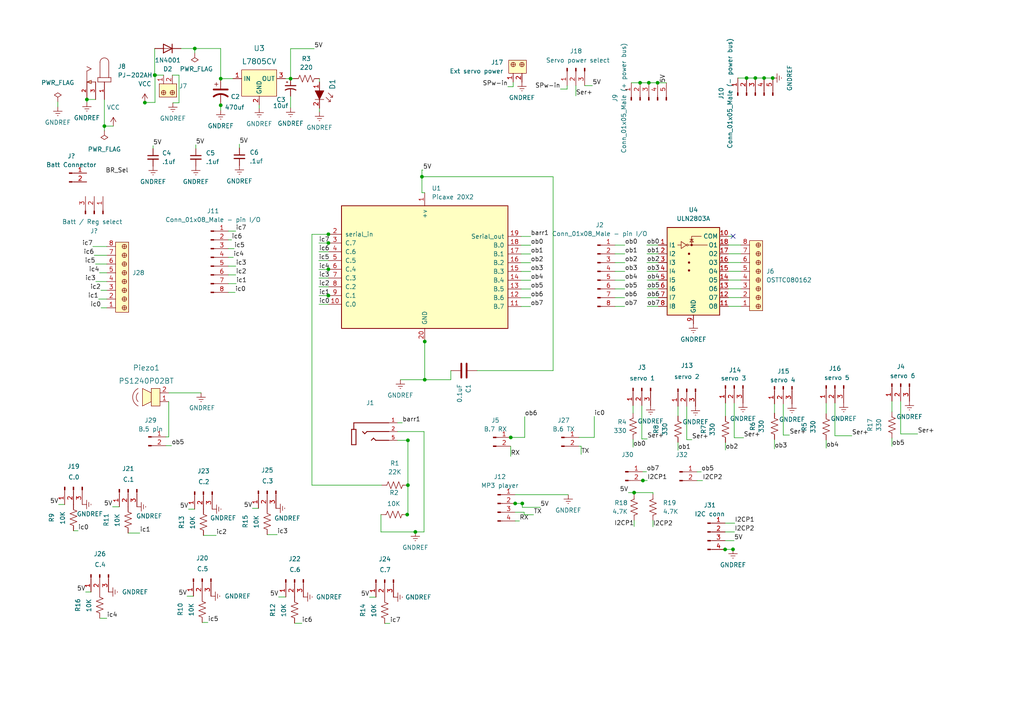
<source format=kicad_sch>
(kicad_sch (version 20211123) (generator eeschema)
  (paper "A4")
  (junction (at 25.1968 28.8544))
  (junction (at 30.2768 36.576))
  (junction (at 151.4856 146.0246))
  (junction (at 118.3132 140.716))
  (junction (at 95.25 70.485))
  (junction (at 118.3132 127.7112))
  (junction (at 95.25 85.725))
  (junction (at 190.7286 24.003))
  (junction (at 42.0116 29.7688))
  (junction (at 185.6486 24.003))
  (junction (at 216.535 22.6314))
  (junction (at 95.25 78.105))
  (junction (at 212.598 159.3342))
  (junction (at 221.615 22.6314))
  (junction (at 183.9214 142.875))
  (junction (at 44.958 21.7932))
  (junction (at 84.2772 22.8092))
  (junction (at 56.4896 14.0716))
  (junction (at 123.19 99.06))
  (junction (at 118.11 149.2504))
  (junction (at 64.008 22.8092))
  (junction (at 95.25 67.945))
  (junction (at 44.8564 21.7932))
  (junction (at 219.075 22.6314))
  (junction (at 210.312 159.3596))
  (junction (at 122.3772 51.2572))
  (junction (at 188.1886 24.003))
  (junction (at 120.4722 154.2796))
  (junction (at 64.008 30.5308))
  (junction (at 148.1328 126.873))
  (junction (at 186.4614 139.3698))
  (junction (at 123.19 110.1344))
  (junction (at 224.1042 22.6314))
  (junction (at 149.4282 146.0246))
  (no_connect (at 212.6234 68.5292))
  (wire (pts (xy 151.13 88.9) (xy 153.8986 88.9)))
  (wire (pts (xy 130.7592 107.4928) (xy 130.7592 110.1344)))
  (wire (pts (xy 64.008 22.8092) (xy 64.008 22.9108)))
  (wire (pts (xy 30.2768 36.576) (xy 32.8676 36.576)))
  (wire (pts (xy 90.4748 67.9704) (xy 90.4748 140.716)))
  (wire (pts (xy 183.9214 150.9268) (xy 183.9214 152.7302)))
  (wire (pts (xy 138.3792 107.4928) (xy 160.4264 107.4928)))
  (wire (pts (xy 111.5822 180.8226) (xy 113.1062 180.8226)))
  (wire (pts (xy 118.3132 127.6604) (xy 118.3132 127.7112)))
  (wire (pts (xy 148.1328 129.413) (xy 148.1328 132.3594)))
  (wire (pts (xy 44.8564 21.7932) (xy 44.958 21.7932)))
  (wire (pts (xy 21.3106 153.9494) (xy 22.6568 153.9494)))
  (wire (pts (xy 56.7944 42.0116) (xy 56.7944 43.1038)))
  (wire (pts (xy 90.4748 140.716) (xy 110.6932 140.716)))
  (wire (pts (xy 211.2772 83.7692) (xy 214.8586 83.7692)))
  (wire (pts (xy 212.9536 116.8908) (xy 212.9536 126.9746)))
  (wire (pts (xy 118.3132 140.716) (xy 118.3132 149.2504)))
  (wire (pts (xy 178.3842 88.8746) (xy 181.1782 88.8746)))
  (wire (pts (xy 183.9214 142.875) (xy 183.9214 143.3068)))
  (wire (pts (xy 24.8158 171.704) (xy 26.3906 171.704)))
  (wire (pts (xy 123.19 110.1344) (xy 130.7592 110.1344)))
  (wire (pts (xy 188.1886 24.003) (xy 190.7286 24.003)))
  (wire (pts (xy 164.4904 24.8412) (xy 164.4904 25.8318)))
  (wire (pts (xy 196.6468 128.2954) (xy 196.6468 130.6068)))
  (wire (pts (xy 92.4814 70.485) (xy 95.25 70.485)))
  (wire (pts (xy 66.2432 84.8106) (xy 68.199 84.8106)))
  (wire (pts (xy 25.1968 28.8544) (xy 27.7368 28.8544)))
  (wire (pts (xy 84.2772 22.8092) (xy 84.2772 14.1224)))
  (wire (pts (xy 56.4896 14.0716) (xy 64.008 14.0716)))
  (wire (pts (xy 187.6552 78.6892) (xy 190.9572 78.6892)))
  (wire (pts (xy 224.6376 127.4572) (xy 224.6376 130.2004)))
  (wire (pts (xy 48.133 129.2606) (xy 49.7586 129.2606)))
  (wire (pts (xy 151.13 71.12) (xy 153.924 71.12)))
  (wire (pts (xy 227.1776 117.1448) (xy 227.1776 126.1872)))
  (wire (pts (xy 148.844 23.7998) (xy 148.844 25.146)))
  (wire (pts (xy 182.245 142.875) (xy 183.9214 142.875)))
  (wire (pts (xy 95.25 70.485) (xy 95.2754 70.485)))
  (wire (pts (xy 52.4764 14.0716) (xy 56.4896 14.0716)))
  (wire (pts (xy 82.804 22.8092) (xy 84.2772 22.8092)))
  (wire (pts (xy 64.008 14.0716) (xy 64.008 22.8092)))
  (wire (pts (xy 95.25 67.9196) (xy 95.25 67.945)))
  (wire (pts (xy 199.1868 127.5334) (xy 200.6854 127.5334)))
  (wire (pts (xy 199.1868 117.856) (xy 199.1868 127.5334)))
  (wire (pts (xy 187.6552 73.6092) (xy 190.9572 73.6092)))
  (wire (pts (xy 95.25 78.1812) (xy 92.5068 78.1812)))
  (wire (pts (xy 216.535 22.6314) (xy 219.075 22.6314)))
  (wire (pts (xy 118.3132 127.7112) (xy 118.3132 140.716)))
  (wire (pts (xy 69.4436 41.8084) (xy 69.4436 42.926)))
  (wire (pts (xy 56.4896 14.0716) (xy 56.4896 15.4432)))
  (wire (pts (xy 211.2772 78.6892) (xy 214.8586 78.6892)))
  (wire (pts (xy 66.2432 77.1906) (xy 68.4022 77.1906)))
  (wire (pts (xy 210.4136 128.3462) (xy 210.4136 130.5306)))
  (wire (pts (xy 149.4282 143.4846) (xy 164.8206 143.4846)))
  (wire (pts (xy 242.1636 116.8908) (xy 242.1636 126.3904)))
  (wire (pts (xy 30.2768 28.8544) (xy 30.2768 36.576)))
  (wire (pts (xy 187.6298 76.1492) (xy 190.9572 76.1492)))
  (wire (pts (xy 210.312 154.2796) (xy 213.0552 154.2796)))
  (wire (pts (xy 122.3772 51.2572) (xy 160.4264 51.2572)))
  (wire (pts (xy 37.1602 154.6098) (xy 40.5638 154.6098)))
  (wire (pts (xy 187.579 71.0692) (xy 190.9572 71.0692)))
  (wire (pts (xy 95.25 78.105) (xy 95.25 78.1812)))
  (wire (pts (xy 172.3644 126.873) (xy 172.3644 120.777)))
  (wire (pts (xy 212.598 159.3596) (xy 212.598 159.3342)))
  (wire (pts (xy 54.2544 172.9232) (xy 56.1086 172.9232)))
  (wire (pts (xy 115.316 127.7112) (xy 118.3132 127.7112)))
  (wire (pts (xy 84.2772 14.1224) (xy 91.1352 14.1224)))
  (wire (pts (xy 44.3992 42.2656) (xy 44.3992 43.1038)))
  (wire (pts (xy 27.7876 81.661) (xy 30.988 81.661)))
  (wire (pts (xy 59.0042 155.2956) (xy 62.7126 155.2956)))
  (wire (pts (xy 95.25 85.725) (xy 95.2754 85.725)))
  (wire (pts (xy 239.6236 127.6096) (xy 239.6236 129.9718)))
  (wire (pts (xy 120.4722 154.2796) (xy 122.9868 154.2796)))
  (wire (pts (xy 44.958 29.718) (xy 44.958 21.7932)))
  (wire (pts (xy 54.6608 147.6756) (xy 56.4642 147.6756)))
  (wire (pts (xy 210.4136 116.8908) (xy 210.4136 120.7262)))
  (wire (pts (xy 92.5068 73.025) (xy 95.25 73.025)))
  (wire (pts (xy 149.4028 146.0246) (xy 149.4282 146.0246)))
  (wire (pts (xy 92.5068 83.185) (xy 95.25 83.185)))
  (wire (pts (xy 224.1042 22.6314) (xy 224.155 22.6314)))
  (wire (pts (xy 224.6376 117.1448) (xy 224.6376 119.8372)))
  (wire (pts (xy 211.2772 68.5292) (xy 212.6234 68.5292)))
  (wire (pts (xy 25.1968 28.8544) (xy 25.1968 29.6672)))
  (wire (pts (xy 178.3842 81.2546) (xy 181.229 81.2546)))
  (wire (pts (xy 66.2432 79.7306) (xy 68.4022 79.7306)))
  (wire (pts (xy 27.3304 74.041) (xy 30.988 74.041)))
  (wire (pts (xy 85.4456 180.7718) (xy 87.5538 180.7718)))
  (wire (pts (xy 178.3842 86.3346) (xy 181.1782 86.3346)))
  (wire (pts (xy 118.3132 149.2504) (xy 118.11 149.2504)))
  (wire (pts (xy 186.436 139.3698) (xy 186.4614 139.3698)))
  (wire (pts (xy 261.239 125.857) (xy 266.1666 125.857)))
  (wire (pts (xy 30.2768 36.576) (xy 30.2768 37.9476)))
  (wire (pts (xy 210.312 151.7396) (xy 213.106 151.7396)))
  (wire (pts (xy 28.6004 86.741) (xy 30.988 86.741)))
  (wire (pts (xy 186.1566 117.6274) (xy 186.1566 127.3048)))
  (wire (pts (xy 64.008 22.8092) (xy 67.564 22.8092)))
  (wire (pts (xy 92.6592 22.8092) (xy 92.6592 23.7744)))
  (wire (pts (xy 261.239 116.3574) (xy 261.239 125.857)))
  (wire (pts (xy 51.9176 29.8196) (xy 50.1396 29.8196)))
  (wire (pts (xy 187.6806 81.2292) (xy 190.9572 81.2292)))
  (wire (pts (xy 258.699 127.0762) (xy 258.699 129.4384)))
  (wire (pts (xy 151.13 86.36) (xy 153.924 86.36)))
  (wire (pts (xy 123.19 99.06) (xy 123.19 110.1344)))
  (wire (pts (xy 211.2772 73.6092) (xy 214.8586 73.6092)))
  (wire (pts (xy 84.2772 22.8092) (xy 85.0392 22.8092)))
  (wire (pts (xy 66.2432 69.5706) (xy 67.183 69.5706)))
  (wire (pts (xy 221.615 22.6314) (xy 224.1042 22.6314)))
  (wire (pts (xy 42.0116 29.718) (xy 42.0116 29.7688)))
  (wire (pts (xy 95.25 67.945) (xy 95.25 67.9704)))
  (wire (pts (xy 151.4856 146.0246) (xy 151.4856 147.1422)))
  (wire (pts (xy 122.9868 125.1712) (xy 122.9868 154.2796)))
  (wire (pts (xy 92.5068 80.645) (xy 95.25 80.645)))
  (wire (pts (xy 151.13 68.58) (xy 153.924 68.58)))
  (wire (pts (xy 44.958 29.718) (xy 42.0116 29.718)))
  (wire (pts (xy 168.5544 129.413) (xy 168.5544 131.8006)))
  (wire (pts (xy 212.9536 126.9746) (xy 215.6968 126.9746)))
  (wire (pts (xy 183.1086 24.003) (xy 185.6486 24.003)))
  (wire (pts (xy 183.6166 127.4572) (xy 183.6166 129.6924)))
  (wire (pts (xy 185.6486 24.003) (xy 188.1886 24.003)))
  (wire (pts (xy 44.8564 14.0716) (xy 44.8564 21.7932)))
  (wire (pts (xy 92.5322 88.265) (xy 95.25 88.265)))
  (wire (pts (xy 151.13 83.82) (xy 153.924 83.82)))
  (wire (pts (xy 92.456 75.565) (xy 95.25 75.565)))
  (wire (pts (xy 28.8544 79.121) (xy 30.988 79.121)))
  (wire (pts (xy 115.316 125.1712) (xy 122.9868 125.1712)))
  (wire (pts (xy 110.49 149.2504) (xy 110.49 154.2796)))
  (wire (pts (xy 186.4614 136.8298) (xy 187.5282 136.8298)))
  (wire (pts (xy 187.6806 86.3092) (xy 190.9572 86.3092)))
  (wire (pts (xy 48.9458 126.7206) (xy 48.9458 116.4844)))
  (wire (pts (xy 77.4954 155.067) (xy 80.4164 155.067)))
  (wire (pts (xy 152.1968 120.8532) (xy 152.1968 126.873)))
  (wire (pts (xy 122.3772 51.2572) (xy 122.3772 55.88)))
  (wire (pts (xy 213.995 22.6314) (xy 216.535 22.6314)))
  (wire (pts (xy 239.6236 116.8908) (xy 239.6236 119.9896)))
  (wire (pts (xy 29.3116 89.281) (xy 30.988 89.281)))
  (wire (pts (xy 149.4282 151.1046) (xy 150.6728 151.1046)))
  (wire (pts (xy 183.6166 117.6274) (xy 183.6166 119.8372)))
  (wire (pts (xy 80.7974 173.1518) (xy 82.9056 173.1518)))
  (wire (pts (xy 118.11 149.2504) (xy 118.0592 149.2504)))
  (wire (pts (xy 123.19 99.0092) (xy 123.19 99.06)))
  (wire (pts (xy 202.184 136.8552) (xy 203.4032 136.8552)))
  (wire (pts (xy 151.13 81.28) (xy 153.924 81.28)))
  (wire (pts (xy 26.924 71.501) (xy 30.988 71.501)))
  (wire (pts (xy 66.2432 74.6506) (xy 67.691 74.6506)))
  (wire (pts (xy 28.9306 179.324) (xy 30.988 179.324)))
  (wire (pts (xy 51.9176 21.7932) (xy 51.9176 29.8196)))
  (wire (pts (xy 186.1566 127.3048) (xy 187.7314 127.3048)))
  (wire (pts (xy 210.312 159.3596) (xy 212.598 159.3596)))
  (wire (pts (xy 178.3842 71.0946) (xy 181.229 71.0946)))
  (wire (pts (xy 151.13 73.66) (xy 153.924 73.66)))
  (wire (pts (xy 167.9194 129.413) (xy 168.5544 129.413)))
  (wire (pts (xy 190.7286 24.003) (xy 193.2686 24.003)))
  (wire (pts (xy 186.4614 139.3698) (xy 187.7568 139.3698)))
  (wire (pts (xy 164.4904 25.8318) (xy 162.5346 25.8318)))
  (wire (pts (xy 66.2432 67.0306) (xy 68.3768 67.0306)))
  (wire (pts (xy 167.0304 24.8412) (xy 167.0304 27.813)))
  (wire (pts (xy 187.6806 83.7692) (xy 190.9572 83.7692)))
  (wire (pts (xy 169.5704 24.8412) (xy 171.831 24.8412)))
  (wire (pts (xy 49.9872 21.7932) (xy 51.9176 21.7932)))
  (wire (pts (xy 66.2432 82.2706) (xy 68.5038 82.2706)))
  (wire (pts (xy 115.316 122.6312) (xy 116.6876 122.6312)))
  (wire (pts (xy 148.1328 126.873) (xy 152.1968 126.873)))
  (wire (pts (xy 48.9458 113.9444) (xy 58.3184 113.9444)))
  (wire (pts (xy 95.25 67.9704) (xy 90.4748 67.9704)))
  (wire (pts (xy 148.844 25.146) (xy 147.2946 25.146)))
  (wire (pts (xy 242.1636 126.3904) (xy 247.0912 126.3904)))
  (wire (pts (xy 32.639 146.9898) (xy 34.6202 146.9898)))
  (wire (pts (xy 151.4856 147.1422) (xy 156.718 147.1422)))
  (wire (pts (xy 66.2432 72.1106) (xy 67.9196 72.1106)))
  (wire (pts (xy 151.13 78.74) (xy 153.924 78.74)))
  (wire (pts (xy 148.1074 126.873) (xy 148.1328 126.873)))
  (wire (pts (xy 110.49 154.2796) (xy 120.4722 154.2796)))
  (wire (pts (xy 152.019 149.3012) (xy 154.7622 149.3012)))
  (wire (pts (xy 202.184 139.3952) (xy 203.7842 139.3952)))
  (wire (pts (xy 211.2772 88.8492) (xy 214.8586 88.8492)))
  (wire (pts (xy 258.699 116.3574) (xy 258.699 119.4562)))
  (wire (pts (xy 122.3772 55.88) (xy 123.19 55.88)))
  (wire (pts (xy 29.2608 84.201) (xy 30.988 84.201)))
  (wire (pts (xy 189.3824 150.9268) (xy 189.3824 152.8064)))
  (wire (pts (xy 189.3824 142.875) (xy 183.9214 142.875)))
  (wire (pts (xy 187.706 88.8492) (xy 190.9572 88.8492)))
  (wire (pts (xy 178.3842 73.6346) (xy 181.229 73.6346)))
  (wire (pts (xy 178.3842 83.7946) (xy 181.2036 83.7946)))
  (wire (pts (xy 151.13 76.2) (xy 153.924 76.2)))
  (wire (pts (xy 152.019 148.5646) (xy 152.019 149.3012)))
  (wire (pts (xy 178.3842 76.1746) (xy 181.229 76.1746)))
  (wire (pts (xy 211.2772 81.2292) (xy 214.8586 81.2292)))
  (wire (pts (xy 73.2028 147.447) (xy 74.9554 147.447)))
  (wire (pts (xy 107.1626 173.2026) (xy 109.0422 173.2026)))
  (wire (pts (xy 149.4282 148.5646) (xy 152.019 148.5646)))
  (wire (pts (xy 84.2772 27.8892) (xy 84.2772 31.2928)))
  (wire (pts (xy 27.686 76.581) (xy 30.988 76.581)))
  (wire (pts (xy 122.3772 49.3268) (xy 122.682 49.3268)))
  (wire (pts (xy 149.4282 146.0246) (xy 151.4856 146.0246)))
  (wire (pts (xy 58.6486 180.5432) (xy 60.2996 180.5432)))
  (wire (pts (xy 227.1776 126.1872) (xy 228.981 126.1872)))
  (wire (pts (xy 16.9926 146.3294) (xy 18.7706 146.3294)))
  (wire (pts (xy 178.3842 78.7146) (xy 181.229 78.7146)))
  (wire (pts (xy 151.4856 145.9992) (xy 151.4856 146.0246)))
  (wire (pts (xy 92.5322 85.725) (xy 95.25 85.725)))
  (wire (pts (xy 44.958 21.7932) (xy 47.4472 21.7932)))
  (wire (pts (xy 75.184 30.4292) (xy 75.184 31.3944)))
  (wire (pts (xy 92.6592 31.3944) (xy 92.6592 32.4612)))
  (wire (pts (xy 16.764 29.464) (xy 16.764 30.988)))
  (wire (pts (xy 196.6468 117.856) (xy 196.6468 120.6754)))
  (wire (pts (xy 64.008 30.48) (xy 64.008 30.5308)))
  (wire (pts (xy 210.312 156.8196) (xy 212.9282 156.8196)))
  (wire (pts (xy 116.1288 110.1344) (xy 123.19 110.1344)))
  (wire (pts (xy 160.4264 107.4928) (xy 160.4264 51.2572)))
  (wire (pts (xy 48.133 126.7206) (xy 48.9458 126.7206)))
  (wire (pts (xy 210.2866 159.3596) (xy 210.312 159.3596)))
  (wire (pts (xy 211.2772 76.1492) (xy 214.8586 76.1492)))
  (wire (pts (xy 211.2772 71.0692) (xy 214.8586 71.0692)))
  (wire (pts (xy 189.3824 143.3068) (xy 189.3824 142.875)))
  (wire (pts (xy 122.3772 51.2572) (xy 122.3772 49.3268)))
  (wire (pts (xy 211.2772 86.3092) (xy 214.8586 86.3092)))
  (wire (pts (xy 167.9194 126.873) (xy 172.3644 126.873)))
  (wire (pts (xy 64.008 30.5308) (xy 64.008 32.004)))
  (wire (pts (xy 219.075 22.6314) (xy 221.615 22.6314)))
  (label "5V" (at 69.4436 41.8084 0))
  (label "I2CP1" (at 183.9214 152.7302 180))
  (label "5V" (at 122.682 49.3268 0))
  (label "I2CP2" (at 203.7842 139.3952 0))
  (label "ic6" (at 27.3304 74.041 180))
  (label "ob7" (at 153.8986 88.9 0))
  (label "Ser+" (at 228.981 126.1872 0))
  (label "Ser+" (at 215.6968 126.9746 0))
  (label "5V" (at 107.1626 173.2026 180))
  (label "ic5" (at 67.9196 72.1106 0))
  (label "ob1" (at 153.924 73.66 0))
  (label "ob7" (at 187.706 88.8492 0))
  (label "ic6" (at 67.183 69.5706 0))
  (label "ic5" (at 92.456 75.565 0))
  (label "RX" (at 148.1328 132.3594 0))
  (label "ic0" (at 29.3116 89.281 180))
  (label "Ser+" (at 266.1666 125.857 0))
  (label "ob6" (at 181.1782 86.3346 0))
  (label "ic3" (at 92.5068 80.645 0))
  (label "ic2" (at 29.2608 84.201 180))
  (label "ic7" (at 92.4814 70.485 0))
  (label "ob5" (at 258.699 129.4384 0))
  (label "ic2" (at 62.7126 155.2956 0))
  (label "5V" (at 212.9282 156.8196 0))
  (label "ob3" (at 153.924 78.74 0))
  (label "5V" (at 32.639 146.9898 180))
  (label "ob2" (at 210.4136 130.5306 0))
  (label "I2CP1" (at 187.7568 139.3698 0))
  (label "ic1" (at 68.5038 82.2706 0))
  (label "ob4" (at 181.229 81.2546 0))
  (label "ob1" (at 196.6468 130.6068 0))
  (label "5V" (at 193.2686 24.003 90))
  (label "ic3" (at 68.4022 77.1906 0))
  (label "BR_Sel" (at 30.607 50.419 0))
  (label "ob5" (at 187.6806 83.7692 0))
  (label "ob1" (at 187.6552 73.6092 0))
  (label "ob3" (at 224.6376 130.2004 0))
  (label "ic4" (at 67.691 74.6506 0))
  (label "ic5" (at 60.2996 180.5432 0))
  (label "ob2" (at 153.924 76.2 0))
  (label "5V" (at 171.831 24.8412 0))
  (label "Ser+" (at 167.0304 27.813 0))
  (label "ob6" (at 152.1968 120.8532 0))
  (label "ob4" (at 153.924 81.28 0))
  (label "RX" (at 150.6728 151.1046 0))
  (label "Ser+" (at 200.6854 127.5334 0))
  (label "5V" (at 91.1352 14.1224 0))
  (label "ic0" (at 22.6568 153.9494 0))
  (label "barr1" (at 153.924 68.58 0))
  (label "5V" (at 54.2544 172.9232 180))
  (label "ic3" (at 27.7876 81.661 180))
  (label "5V" (at 80.7974 173.1518 180))
  (label "ic3" (at 80.4164 155.067 0))
  (label "ob2" (at 187.6298 76.1492 0))
  (label "ic0" (at 68.199 84.8106 0))
  (label "ob2" (at 181.229 76.1746 0))
  (label "ic7" (at 113.1062 180.8226 0))
  (label "Ser+" (at 187.7314 127.3048 0))
  (label "5V" (at 156.718 147.1422 0))
  (label "ob5" (at 49.7586 129.2606 0))
  (label "ic0" (at 172.3644 120.777 0))
  (label "ic0" (at 92.5322 88.265 0))
  (label "ic6" (at 92.5068 73.025 0))
  (label "ic6" (at 87.5538 180.7718 0))
  (label "I2CP1" (at 213.106 151.7396 0))
  (label "ic4" (at 92.5068 78.1812 0))
  (label "ob5" (at 181.2036 83.7946 0))
  (label "ob3" (at 187.6552 78.6892 0))
  (label "ob7" (at 187.5282 136.8298 0))
  (label "ob7" (at 181.1782 88.8746 0))
  (label "SPw-in" (at 147.2946 25.146 180))
  (label "ob0" (at 187.579 71.0692 0))
  (label "5V" (at 44.3992 42.2656 0))
  (label "ic2" (at 68.4022 79.7306 0))
  (label "ic7" (at 26.924 71.501 180))
  (label "ob0" (at 153.924 71.12 0))
  (label "5V" (at 73.2028 147.447 180))
  (label "ob1" (at 181.229 73.6346 0))
  (label "ob0" (at 183.6166 129.6924 0))
  (label "ob5" (at 153.924 83.82 0))
  (label "5V" (at 182.245 142.875 180))
  (label "5V" (at 54.6608 147.6756 180))
  (label "Ser+" (at 247.0912 126.3904 0))
  (label "5V" (at 24.8158 171.704 180))
  (label "ob0" (at 181.229 71.0946 0))
  (label "TX" (at 168.5544 131.8006 0))
  (label "ic1" (at 28.6004 86.741 180))
  (label "ic1" (at 40.5638 154.6098 0))
  (label "barr1" (at 116.6876 122.6312 0))
  (label "ic7" (at 68.3768 67.0306 0))
  (label "ob6" (at 187.6806 86.3092 0))
  (label "ic5" (at 27.686 76.581 180))
  (label "5V" (at 56.7944 42.0116 0))
  (label "ic2" (at 92.5068 83.185 0))
  (label "SPw-in" (at 162.5346 25.8318 180))
  (label "ic4" (at 30.988 179.324 0))
  (label "ob4" (at 187.6806 81.2292 0))
  (label "ic1" (at 92.5322 85.725 0))
  (label "ob6" (at 153.924 86.36 0))
  (label "5V" (at 16.9926 146.3294 180))
  (label "ob5" (at 203.4032 136.8552 0))
  (label "ic4" (at 28.8544 79.121 180))
  (label "I2CP2" (at 213.0552 154.2796 0))
  (label "TX" (at 154.7622 149.3012 0))
  (label "ob4" (at 239.6236 129.9718 0))
  (label "ob3" (at 181.229 78.7146 0))
  (label "I2CP2" (at 189.3824 152.8064 0))
  (symbol (lib_id "Device:C_Small") (at 56.7944 45.6438 0) (unit 1)
    (property "Reference" "C5" (at 59.69 44.38 0) (effects (justify left)))
    (property "Value" ".1uf" (at 59.69 46.92 0) (effects (justify left)))
    (property "Footprint" "Capacitor_THT:C_Disc_D3.0mm_W2.0mm_P2.50mm" (effects hide))
  )
  (symbol (lib_id "power:GNDREF") (at 92.6592 32.4612 0) (unit 1)
    (property "Reference" "#PWR06" (effects hide))
    (property "Value" "GNDREF" (at 92.6592 36.9824 0))
  )
  (symbol (lib_id "Connector:Conn_01x03_Male") (at 212.9536 111.8108 90) (mirror x) (unit 1)
    (property "Reference" "J14" (at 213.2076 107.3404 90))
    (property "Value" "servo 3" (at 212.7758 109.7026 90))
    (property "Footprint" "Connector_PinHeader_2.54mm:PinHeader_1x03_P2.54mm_Vertical" (effects hide))
  )
  (symbol (lib_id "power:GNDREF") (at 75.184 31.3944 0) (unit 1)
    (property "Reference" "#PWR04" (effects hide))
    (property "Value" "GNDREF" (at 75.184 35.9156 0))
  )
  (symbol (lib_id "Connector:Conn_01x02_Male") (at 197.104 136.8552 0) (unit 1)
    (property "Reference" "J32" (at 197.739 131.9022 0))
    (property "Value" "B.6" (effects hide))
    (property "Footprint" "Connector_PinHeader_2.54mm:PinHeader_1x02_P2.54mm_Vertical" (effects hide))
  )
  (symbol (lib_id "Picaxe_Joe:LTL2R3KEK") (at 92.6592 28.8544 270) (unit 1)
    (property "Reference" "D1" (at 96.4184 24.4348 0) (effects (font (size 1.524 1.524))))
    (property "Value" "LTL2R3KEK" (effects hide))
    (property "Footprint" "digikey-footprints:LED_5mm_Radial" (effects hide))
    (property "Datasheet" "http://optoelectronics.liteon.com/upload/download/DS-20-98-0286/LTL2R3KEK.pdf" (effects hide))
    (property "Digi-Key_PN" "160-1682-ND" (effects hide))
    (property "MPN" "LTL2R3KEK" (effects hide))
    (property "Category" "Optoelectronics" (effects hide))
    (property "Family" "LED Indication - Discrete" (effects hide))
    (property "DK_Datasheet_Link" "http://optoelectronics.liteon.com/upload/download/DS-20-98-0286/LTL2R3KEK.pdf" (effects hide))
    (property "DK_Detail_Page" "/product-detail/en/lite-on-inc/LTL2R3KEK/160-1682-ND/573572" (effects hide))
    (property "Description" "LED RED CLEAR T-1 3/4 T/H" (effects hide))
    (property "Manufacturer" "Lite-On Inc." (effects hide))
    (property "Status" "Active" (effects hide))
  )
  (symbol (lib_id "Device:R_US") (at 183.9214 147.1168 0) (mirror x) (unit 1)
    (property "Reference" "R18" (at 182.0926 145.8467 0) (effects (justify right)))
    (property "Value" "4.7K" (at 182.0926 148.3867 0) (effects (justify right)))
    (property "Footprint" "Resistor_THT:R_Axial_DIN0207_L6.3mm_D2.5mm_P10.16mm_Horizontal" (effects hide))
  )
  (symbol (lib_id "power:PWR_FLAG") (at 16.764 29.464 0) (unit 1)
    (property "Reference" "#FLG0101" (effects hide))
    (property "Value" "PWR_FLAG" (at 16.764 23.9776 0))
  )
  (symbol (lib_id "power:GNDREF") (at 151.384 23.7998 0) (unit 1)
    (property "Reference" "#PWR0108" (effects hide))
    (property "Value" "GNDREF" (at 151.384 28.321 0))
  )
  (symbol (lib_id "Device:R_US") (at 239.6236 123.7996 0) (unit 1)
    (property "Reference" "R5" (at 233.2736 123.7996 90))
    (property "Value" "330" (at 235.8136 123.7996 90))
    (property "Footprint" "Resistor_THT:R_Axial_DIN0207_L6.3mm_D2.5mm_P10.16mm_Horizontal" (effects hide))
  )
  (symbol (lib_id "Device:R_US") (at 58.6486 176.7332 0) (unit 1)
    (property "Reference" "R10" (at 52.2986 176.7332 90))
    (property "Value" "10K" (at 55.499 176.8348 90))
    (property "Footprint" "Resistor_THT:R_Axial_DIN0207_L6.3mm_D2.5mm_P10.16mm_Horizontal" (effects hide))
  )
  (symbol (lib_id "Device:R_US") (at 224.6376 123.6472 0) (unit 1)
    (property "Reference" "R6" (at 218.2876 123.6472 90))
    (property "Value" "330" (at 220.8276 123.6472 90))
    (property "Footprint" "Resistor_THT:R_Axial_DIN0207_L6.3mm_D2.5mm_P10.16mm_Horizontal" (effects hide))
  )
  (symbol (lib_id "power:VCC") (at 32.8676 36.576 0) (unit 1)
    (property "Reference" "#PWR0103" (effects hide))
    (property "Value" "VCC" (at 32.8676 31.1404 0))
  )
  (symbol (lib_id "power:GNDREF") (at 188.6966 117.6274 0) (unit 1)
    (property "Reference" "#PWR0111" (effects hide))
    (property "Value" "GNDREF" (at 188.6966 122.1486 0))
  )
  (symbol (lib_id "Device:C_Small") (at 69.4436 45.466 0) (unit 1)
    (property "Reference" "C6" (at 72.39 44.2022 0) (effects (justify left)))
    (property "Value" ".1uf" (at 72.39 46.7422 0) (effects (justify left)))
    (property "Footprint" "Capacitor_THT:C_Disc_D3.0mm_W2.0mm_P2.50mm" (effects hide))
  )
  (symbol (lib_id "Connector:Conn_01x03_Male") (at 186.1566 112.5474 90) (mirror x) (unit 1)
    (property "Reference" "J3" (at 186.182 106.5784 90))
    (property "Value" "servo 1" (at 186.2836 109.7026 90))
    (property "Footprint" "Connector_PinHeader_2.54mm:PinHeader_1x03_P2.54mm_Vertical" (effects hide))
  )
  (symbol (lib_id "power:GNDREF") (at 69.4436 48.006 0) (unit 1)
    (property "Reference" "#PWR0124" (effects hide))
    (property "Value" "GNDREF" (at 69.4436 52.5272 0))
  )
  (symbol (lib_id "power:GNDREF") (at 56.7944 48.1838 0) (unit 1)
    (property "Reference" "#PWR0123" (effects hide))
    (property "Value" "GNDREF" (at 56.7944 52.705 0))
  )
  (symbol (lib_id "Device:R_US") (at 88.8492 22.8092 270) (unit 1)
    (property "Reference" "R3" (at 88.8492 17.018 90))
    (property "Value" "220" (at 88.8492 19.558 90))
    (property "Footprint" "Resistor_THT:R_Axial_DIN0207_L6.3mm_D2.5mm_P10.16mm_Horizontal" (effects hide))
  )
  (symbol (lib_id "Device:R_US") (at 77.4954 151.257 0) (unit 1)
    (property "Reference" "R15" (at 71.1454 151.257 90))
    (property "Value" "10K" (at 74.3458 151.3586 90))
    (property "Footprint" "Resistor_THT:R_Axial_DIN0207_L6.3mm_D2.5mm_P10.16mm_Horizontal" (effects hide))
  )
  (symbol (lib_id "Transistor_Array:ULN2803A") (at 201.1172 76.1492 0) (unit 1)
    (property "Reference" "U4" (at 201.1172 60.8584 0))
    (property "Value" "ULN2803A" (at 201.1172 63.3984 0))
    (property "Footprint" "Package_DIP:DIP-18_W7.62mm_LongPads" (effects hide))
    (property "Datasheet" "http://www.ti.com/lit/ds/symlink/uln2803a.pdf" (effects hide))
  )
  (symbol (lib_id "Device:C") (at 134.5692 107.4928 270) (unit 1)
    (property "Reference" "C1" (at 135.8393 111.3536 0) (effects (justify left)))
    (property "Value" "0.1uF" (at 133.2993 111.3536 0) (effects (justify left)))
    (property "Footprint" "Capacitor_THT:C_Disc_D5.0mm_W2.5mm_P5.00mm" (effects hide))
  )
  (symbol (lib_id "Connector:Conn_01x03_Male") (at 261.239 111.2774 90) (mirror x) (unit 1)
    (property "Reference" "J4" (at 261.2771 106.3371 90))
    (property "Value" "servo 6" (at 261.8105 109.0041 90))
    (property "Footprint" "Connector_PinHeader_2.54mm:PinHeader_1x03_P2.54mm_Vertical" (effects hide))
  )
  (symbol (lib_id "Connector:Conn_01x03_Male") (at 37.1602 141.9098 90) (mirror x) (unit 1)
    (property "Reference" "J21" (at 37.1856 135.9408 90))
    (property "Value" "C.1" (at 37.2872 139.065 90))
    (property "Footprint" "Connector_PinHeader_2.54mm:PinHeader_1x03_P2.54mm_Vertical" (effects hide))
  )
  (symbol (lib_id "Picaxe_Joe:Picaxe 20X2") (at 123.19 78.74 0) (unit 1)
    (property "Reference" "U1" (at 125.2094 54.61 0) (effects (justify left)))
    (property "Value" "Picaxe 20X2" (at 125.2094 57.15 0) (effects (justify left)))
    (property "Footprint" "Package_DIP:DIP-20_W7.62mm_LongPads" (effects hide))
  )
  (symbol (lib_id "Device:R_US") (at 28.9306 175.514 0) (unit 1)
    (property "Reference" "R16" (at 22.5806 175.514 90))
    (property "Value" "10K" (at 25.781 175.6156 90))
    (property "Footprint" "Resistor_THT:R_Axial_DIN0207_L6.3mm_D2.5mm_P10.16mm_Horizontal" (effects hide))
  )
  (symbol (lib_id "Device:R_US") (at 37.1602 150.7998 0) (unit 1)
    (property "Reference" "R11" (at 30.8102 150.7998 90))
    (property "Value" "10K" (at 34.0106 150.9014 90))
    (property "Footprint" "Resistor_THT:R_Axial_DIN0207_L6.3mm_D2.5mm_P10.16mm_Horizontal" (effects hide))
  )
  (symbol (lib_id "Connector:Conn_01x03_Male") (at 167.0304 19.7612 90) (mirror x) (unit 1)
    (property "Reference" "J18" (at 167.0685 14.8209 90))
    (property "Value" "Servo power select" (at 167.6019 17.4879 90))
    (property "Footprint" "Connector_PinHeader_2.54mm:PinHeader_1x03_P2.54mm_Vertical" (effects hide))
  )
  (symbol (lib_id "Connector:Conn_01x05_Male") (at 188.1886 29.083 90) (unit 1)
    (property "Reference" "J9" (at 178.3842 28.448 0))
    (property "Value" "Conn_01x05_Male (+ power bus)" (at 180.9242 28.448 0))
    (property "Footprint" "Connector_PinHeader_2.54mm:PinHeader_1x05_P2.54mm_Vertical" (effects hide))
  )
  (symbol (lib_id "power:PWR_FLAG") (at 56.4896 15.4432 180) (unit 1)
    (property "Reference" "#FLG0103" (effects hide))
    (property "Value" "PWR_FLAG" (at 52.1208 20.0152 0) (effects (justify right)))
  )
  (symbol (lib_id "Device:R_US") (at 189.3824 147.1168 0) (mirror y) (unit 1)
    (property "Reference" "R19" (at 192.2526 145.8467 0) (effects (justify right)))
    (property "Value" "4.7K" (at 192.2526 148.3867 0) (effects (justify right)))
    (property "Footprint" "Resistor_THT:R_Axial_DIN0207_L6.3mm_D2.5mm_P10.16mm_Horizontal" (effects hide))
  )
  (symbol (lib_id "Device:C_Polarized_US") (at 64.008 26.7208 0) (unit 1)
    (property "Reference" "C2" (at 66.9036 28.0416 0) (effects (justify left)))
    (property "Value" "470uf" (at 65.1764 31.1404 0) (effects (justify left)))
    (property "Footprint" "Capacitor_THT:CP_Radial_D10.0mm_P5.00mm" (effects hide))
  )
  (symbol (lib_id "Connector:Conn_01x03_Male") (at 58.6486 167.8432 90) (mirror x) (unit 1)
    (property "Reference" "J20" (at 58.674 161.8742 90))
    (property "Value" "C.5" (at 58.7756 164.9984 90))
    (property "Footprint" "Connector_PinHeader_2.54mm:PinHeader_1x03_P2.54mm_Vertical" (effects hide))
  )
  (symbol (lib_id "power:GNDREF") (at 212.598 159.3342 0) (unit 1)
    (property "Reference" "#PWR09" (effects hide))
    (property "Value" "GNDREF" (at 212.598 163.8554 0))
  )
  (symbol (lib_id "Connector:Conn_01x03_Male") (at 27.3304 62.0522 270) (mirror x) (unit 1)
    (property "Reference" "J?" (at 27.2923 66.9925 90))
    (property "Value" "Batt / Reg select" (at 26.7589 64.3255 90))
    (property "Footprint" "Connector_PinHeader_2.54mm:PinHeader_1x03_P2.54mm_Vertical" (effects hide))
  )
  (symbol (lib_id "Connector:Conn_01x04_Male") (at 144.3482 146.0246 0) (unit 1)
    (property "Reference" "J12" (at 144.9832 138.2776 0))
    (property "Value" "MP3 player" (at 144.9832 140.8176 0))
    (property "Footprint" "Catalex MP3:Catalex MP3 player board" (effects hide))
  )
  (symbol (lib_id "Connector:Conn_01x03_Male") (at 77.4954 142.367 90) (mirror x) (unit 1)
    (property "Reference" "J25" (at 77.5208 136.398 90))
    (property "Value" "C.3" (at 77.6224 139.5222 90))
    (property "Footprint" "Connector_PinHeader_2.54mm:PinHeader_1x03_P2.54mm_Vertical" (effects hide))
  )
  (symbol (lib_id "dk_Terminal-Blocks-Wire-to-Board:OSTTC080162") (at 217.3986 88.8492 90) (unit 1)
    (property "Reference" "J6" (at 222.2246 78.6891 90) (effects (justify right)))
    (property "Value" "OSTTC080162" (at 222.2246 81.2291 90) (effects (justify right)))
    (property "Footprint" "digikey-footprints:Term_Block_1x8_P5mm" (effects hide))
    (property "Datasheet" "http://www.on-shore.com/wp-content/uploads/OSTTCXX0162.pdf" (effects hide))
    (property "Digi-Key_PN" "ED2606-ND" (effects hide))
    (property "MPN" "OSTTC080162" (effects hide))
    (property "Category" "Connectors, Interconnects" (effects hide))
    (property "Family" "Terminal Blocks - Wire to Board" (effects hide))
    (property "DK_Datasheet_Link" "http://www.on-shore.com/wp-content/uploads/OSTTCXX0162.pdf" (effects hide))
    (property "DK_Detail_Page" "/product-detail/en/on-shore-technology-inc/OSTTC080162/ED2606-ND/614555" (effects hide))
    (property "Description" "TERM BLK 8POS SIDE ENTRY 5MM PCB" (effects hide))
    (property "Manufacturer" "On Shore Technology Inc." (effects hide))
    (property "Status" "Active" (effects hide))
  )
  (symbol (lib_id "Connector:Conn_01x05_Male") (at 219.075 27.7114 90) (unit 1)
    (property "Reference" "J10" (at 209.169 27.0764 0))
    (property "Value" "Conn_01x05_Male (- power bus)" (at 211.709 27.0764 0))
    (property "Footprint" "Connector_PinHeader_2.54mm:PinHeader_1x05_P2.54mm_Vertical" (effects hide))
  )
  (symbol (lib_id "Device:R_US") (at 196.6468 124.4854 0) (unit 1)
    (property "Reference" "R8" (at 190.2968 124.4854 90))
    (property "Value" "330" (at 192.8368 124.4854 90))
    (property "Footprint" "Resistor_THT:R_Axial_DIN0207_L6.3mm_D2.5mm_P10.16mm_Horizontal" (effects hide))
  )
  (symbol (lib_id "Connector:Conn_01x03_Male") (at 242.1636 111.8108 90) (mirror x) (unit 1)
    (property "Reference" "J16" (at 242.2017 106.8705 90))
    (property "Value" "servo 5" (at 242.7351 109.5375 90))
    (property "Footprint" "Connector_PinHeader_2.54mm:PinHeader_1x03_P2.54mm_Vertical" (effects hide))
  )
  (symbol (lib_id "power:GNDREF") (at 201.7268 117.856 0) (unit 1)
    (property "Reference" "#PWR0110" (effects hide))
    (property "Value" "GNDREF" (at 201.7268 122.3772 0))
  )
  (symbol (lib_id "Connector:Conn_01x08_Male") (at 173.3042 78.7146 0) (unit 1)
    (property "Reference" "J2" (at 173.9392 65.2526 0))
    (property "Value" "Conn_01x08_Male - pin I/O" (at 173.9392 67.7926 0))
    (property "Footprint" "Connector_PinHeader_2.54mm:PinHeader_1x08_P2.54mm_Vertical" (effects hide))
  )
  (symbol (lib_id "Device:R_US") (at 59.0042 151.4856 0) (unit 1)
    (property "Reference" "R13" (at 52.6542 151.4856 90))
    (property "Value" "10K" (at 55.8546 151.5872 90))
    (property "Footprint" "Resistor_THT:R_Axial_DIN0207_L6.3mm_D2.5mm_P10.16mm_Horizontal" (effects hide))
  )
  (symbol (lib_id "power:GNDREF") (at 80.0354 147.447 90) (unit 1)
    (property "Reference" "#PWR0118" (effects hide))
    (property "Value" "GNDREF" (at 83.3374 150.3172 90))
  )
  (symbol (lib_id "Device:R_US") (at 85.4456 176.9618 0) (unit 1)
    (property "Reference" "R12" (at 79.0956 176.9618 90))
    (property "Value" "10K" (at 82.296 177.0634 90))
    (property "Footprint" "Resistor_THT:R_Axial_DIN0207_L6.3mm_D2.5mm_P10.16mm_Horizontal" (effects hide))
  )
  (symbol (lib_id "power:GNDREF") (at 244.7036 116.8908 0) (unit 1)
    (property "Reference" "#PWR0113" (effects hide))
    (property "Value" "GNDREF" (at 244.7036 121.412 0))
  )
  (symbol (lib_id "Picaxe_Joe:FC68131") (at 107.696 122.6312 0) (unit 1)
    (property "Reference" "J1" (at 107.3785 116.84 0))
    (property "Value" "FC68131" (effects hide))
    (property "Footprint" "FC68131:CLIFF_FC68131" (effects hide))
    (property "MANUFACTURER" "Cliff" (effects hide))
    (property "STANDARD" "Manufacturer Recommendations" (effects hide))
    (property "MAXIMUM_PACKAGE_HEIGHT" "6.00 mm" (effects hide))
    (property "PARTREV" "5" (effects hide))
  )
  (symbol (lib_id "Connector:Conn_01x02_Male") (at 181.3814 136.8298 0) (unit 1)
    (property "Reference" "J30" (at 182.0164 131.8768 0))
    (property "Value" "B.6" (effects hide))
    (property "Footprint" "Connector_PinHeader_2.54mm:PinHeader_1x02_P2.54mm_Vertical" (effects hide))
  )
  (symbol (lib_id "power:GNDREF") (at 120.4722 154.2796 0) (unit 1)
    (property "Reference" "#PWR0125" (effects hide))
    (property "Value" "GNDREF" (at 120.4722 158.8008 0))
  )
  (symbol (lib_id "Connector:Conn_01x03_Male") (at 227.1776 112.0648 90) (mirror x) (unit 1)
    (property "Reference" "J15" (at 227.2157 107.6833 90))
    (property "Value" "servo 4" (at 227.0379 110.1979 90))
    (property "Footprint" "Connector_PinHeader_2.54mm:PinHeader_1x03_P2.54mm_Vertical" (effects hide))
  )
  (symbol (lib_id "Device:R_US") (at 183.6166 123.6472 0) (mirror x) (unit 1)
    (property "Reference" "R4" (at 181.7878 122.3771 0) (effects (justify right)))
    (property "Value" "330" (at 181.7878 124.9171 0) (effects (justify right)))
    (property "Footprint" "Resistor_THT:R_Axial_DIN0207_L6.3mm_D2.5mm_P10.16mm_Horizontal" (effects hide))
  )
  (symbol (lib_id "power:GNDREF") (at 31.4706 171.704 90) (unit 1)
    (property "Reference" "#PWR0115" (effects hide))
    (property "Value" "GNDREF" (at 35.3568 171.7039 90) (effects (justify right)))
  )
  (symbol (lib_id "Connector:Conn_01x02_Male") (at 20.066 50.2158 0) (unit 1)
    (property "Reference" "J?" (at 20.701 45.2628 0))
    (property "Value" "Batt Connector" (at 20.701 47.8028 0))
    (property "Footprint" "Connector_PinHeader_2.54mm:PinHeader_1x02_P2.54mm_Vertical" (effects hide))
  )
  (symbol (lib_id "Connector:Conn_01x03_Male") (at 199.1868 112.776 90) (mirror x) (unit 1)
    (property "Reference" "J13" (at 199.263 106.0196 90))
    (property "Value" "servo 2" (at 199.2122 109.2454 90))
    (property "Footprint" "Connector_PinHeader_2.54mm:PinHeader_1x03_P2.54mm_Vertical" (effects hide))
  )
  (symbol (lib_id "Connector:Conn_01x02_Male") (at 43.053 126.7206 0) (unit 1)
    (property "Reference" "J29" (at 43.688 121.92 0))
    (property "Value" "B.5 pin" (at 43.688 124.46 0))
    (property "Footprint" "Connector_PinHeader_2.54mm:PinHeader_1x02_P2.54mm_Vertical" (effects hide))
  )
  (symbol (lib_id "Connector:Conn_01x04_Male") (at 205.232 154.2796 0) (unit 1)
    (property "Reference" "J31" (at 205.867 146.5326 0))
    (property "Value" "I2C conn" (at 205.867 149.0726 0))
    (property "Footprint" "Connector_PinHeader_2.54mm:PinHeader_1x04_P2.54mm_Vertical" (effects hide))
  )
  (symbol (lib_id "Device:R_US") (at 114.5032 140.716 270) (unit 1)
    (property "Reference" "R1" (at 114.5032 134.366 90))
    (property "Value" "22K" (at 114.5032 136.906 90))
    (property "Footprint" "Resistor_THT:R_Axial_DIN0207_L6.3mm_D2.5mm_P10.16mm_Horizontal" (effects hide))
  )
  (symbol (lib_id "power:GNDREF") (at 114.1222 173.2026 90) (unit 1)
    (property "Reference" "#PWR0114" (effects hide))
    (property "Value" "GNDREF" (at 117.5258 173.2025 90) (effects (justify right)))
  )
  (symbol (lib_id "Connector:Conn_01x02_Male") (at 162.8394 126.873 0) (unit 1)
    (property "Reference" "J27" (at 163.4744 121.92 0))
    (property "Value" "B.6 TX" (at 163.4744 124.46 0))
    (property "Footprint" "Connector_PinHeader_2.54mm:PinHeader_1x02_P2.54mm_Vertical" (effects hide))
  )
  (symbol (lib_id "Connector:Conn_01x03_Male") (at 21.3106 141.2494 90) (mirror x) (unit 1)
    (property "Reference" "J19" (at 21.336 135.2804 90))
    (property "Value" "C.0" (at 21.4376 138.4046 90))
    (property "Footprint" "Connector_PinHeader_2.54mm:PinHeader_1x03_P2.54mm_Vertical" (effects hide))
  )
  (symbol (lib_id "Device:C_Polarized_Small_US") (at 84.2772 25.3492 0) (unit 1)
    (property "Reference" "C3" (at 80.1624 28.9052 0) (effects (justify left)))
    (property "Value" "10uf" (at 79.1464 30.6832 0) (effects (justify left)))
    (property "Footprint" "Capacitor_THT:CP_Radial_D5.0mm_P2.00mm" (effects hide))
  )
  (symbol (lib_id "power:GNDREF") (at 215.4936 116.8908 0) (unit 1)
    (property "Reference" "#PWR0109" (effects hide))
    (property "Value" "GNDREF" (at 215.4936 121.412 0))
  )
  (symbol (lib_id "power:VCC") (at 42.0116 29.7688 0) (unit 1)
    (property "Reference" "#PWR0104" (effects hide))
    (property "Value" "VCC" (at 42.0116 24.3332 0))
  )
  (symbol (lib_id "power:GNDREF") (at 116.1288 110.1344 0) (unit 1)
    (property "Reference" "#PWR0101" (effects hide))
    (property "Value" "GNDREF" (at 116.1288 114.6556 0))
  )
  (symbol (lib_id "power:GNDREF") (at 229.7176 117.1448 0) (unit 1)
    (property "Reference" "#PWR0112" (effects hide))
    (property "Value" "GNDREF" (at 229.7176 121.666 0))
  )
  (symbol (lib_id "power:GNDREF") (at 16.764 30.988 0) (unit 1)
    (property "Reference" "#PWR0105" (effects hide))
    (property "Value" "GNDREF" (at 16.764 35.5092 0))
  )
  (symbol (lib_id "power:GNDREF") (at 201.1172 93.9292 0) (unit 1)
    (property "Reference" "#PWR0102" (effects hide))
    (property "Value" "GNDREF" (at 201.1172 98.4504 0))
  )
  (symbol (lib_id "power:GNDREF") (at 39.7002 146.9898 90) (unit 1)
    (property "Reference" "#PWR0120" (effects hide))
    (property "Value" "GNDREF" (at 39.4716 149.6822 90) (effects (justify right)))
  )
  (symbol (lib_id "power:GNDREF") (at 87.9856 173.1518 90) (unit 1)
    (property "Reference" "#PWR0119" (effects hide))
    (property "Value" "GNDREF" (at 91.6432 173.1517 90) (effects (justify right)))
  )
  (symbol (lib_id "power:GNDREF") (at 50.1396 29.8196 0) (unit 1)
    (property "Reference" "#PWR02" (effects hide))
    (property "Value" "GNDREF" (at 50.1396 34.3408 0))
  )
  (symbol (lib_id "Device:R_US") (at 21.3106 150.1394 0) (unit 1)
    (property "Reference" "R9" (at 14.9606 150.1394 90))
    (property "Value" "10K" (at 18.161 150.241 90))
    (property "Footprint" "Resistor_THT:R_Axial_DIN0207_L6.3mm_D2.5mm_P10.16mm_Horizontal" (effects hide))
  )
  (symbol (lib_id "Device:R_US") (at 114.3 149.2504 270) (unit 1)
    (property "Reference" "R2" (at 114.3 142.9004 90))
    (property "Value" "10K" (at 114.1984 146.1008 90))
    (property "Footprint" "Resistor_THT:R_Axial_DIN0207_L6.3mm_D2.5mm_P10.16mm_Horizontal" (effects hide))
  )
  (symbol (lib_id "Device:R_US") (at 258.699 123.2662 0) (unit 1)
    (property "Reference" "R17" (at 252.349 123.2662 90))
    (property "Value" "330" (at 254.889 123.2662 90))
    (property "Footprint" "Resistor_THT:R_Axial_DIN0207_L6.3mm_D2.5mm_P10.16mm_Horizontal" (effects hide))
  )
  (symbol (lib_id "Device:R_US") (at 111.5822 177.0126 0) (unit 1)
    (property "Reference" "R14" (at 105.2322 177.0126 90))
    (property "Value" "10K" (at 108.4326 177.1142 90))
    (property "Footprint" "Resistor_THT:R_Axial_DIN0207_L6.3mm_D2.5mm_P10.16mm_Horizontal" (effects hide))
  )
  (symbol (lib_id "power:PWR_FLAG") (at 30.2768 37.9476 180) (unit 1)
    (property "Reference" "#FLG0104" (effects hide))
    (property "Value" "PWR_FLAG" (at 30.2768 43.307 0))
  )
  (symbol (lib_id "dk_Terminal-Blocks-Wire-to-Board:OSTTC020162") (at 148.844 18.7198 0) (mirror x) (unit 1)
    (property "Reference" "J17" (at 145.9992 18.0847 0) (effects (justify right)))
    (property "Value" "Ext servo power" (at 145.9992 20.6247 0) (effects (justify right)))
    (property "Footprint" "digikey-footprints:Term_Block_1x2_P5mm" (effects hide))
    (property "Datasheet" "http://www.on-shore.com/wp-content/uploads/OSTTCXX0162.pdf" (effects hide))
    (property "Digi-Key_PN" "ED2600-ND" (effects hide))
    (property "MPN" "OSTTC020162" (effects hide))
    (property "Category" "Connectors, Interconnects" (effects hide))
    (property "Family" "Terminal Blocks - Wire to Board" (effects hide))
    (property "DK_Datasheet_Link" "http://www.on-shore.com/wp-content/uploads/OSTTCXX0162.pdf" (effects hide))
    (property "DK_Detail_Page" "/product-detail/en/on-shore-technology-inc/OSTTC020162/ED2600-ND/614549" (effects hide))
    (property "Description" "TERM BLK 2POS SIDE ENTRY 5MM PCB" (effects hide))
    (property "Manufacturer" "On Shore Technology Inc." (effects hide))
    (property "Status" "Active" (effects hide))
  )
  (symbol (lib_id "power:GNDREF") (at 44.3992 48.1838 0) (unit 1)
    (property "Reference" "#PWR0122" (effects hide))
    (property "Value" "GNDREF" (at 44.3992 52.705 0))
  )
  (symbol (lib_id "Connector:Conn_01x08_Male") (at 61.1632 74.6506 0) (unit 1)
    (property "Reference" "J11" (at 61.7982 61.1886 0))
    (property "Value" "Conn_01x08_Male - pin I/O" (at 61.7982 63.7286 0))
    (property "Footprint" "Connector_PinHeader_2.54mm:PinHeader_1x08_P2.54mm_Vertical" (effects hide))
  )
  (symbol (lib_id "power:GNDREF") (at 61.5442 147.6756 90) (unit 1)
    (property "Reference" "#PWR0116" (effects hide))
    (property "Value" "GNDREF" (at 64.7192 150.241 90))
  )
  (symbol (lib_id "dk_Alarms-Buzzers-and-Sirens:PS1240P02BT") (at 46.4058 113.9444 180) (unit 1)
    (property "Reference" "Piezo1" (at 42.4459 106.68 0) (effects (font (size 1.524 1.524))))
    (property "Value" "PS1240P02BT" (at 42.4459 110.49 0) (effects (font (size 1.524 1.524))))
    (property "Footprint" "digikey-footprints:Piezo_Transducer_THT_PS1240P02BT" (effects hide))
    (property "Datasheet" "https://product.tdk.com/info/en/catalog/datasheets/piezoelectronic_buzzer_ps_en.pdf" (effects hide))
    (property "Digi-Key_PN" "445-2525-1-ND" (effects hide))
    (property "MPN" "PS1240P02BT" (effects hide))
    (property "Category" "Audio Products" (effects hide))
    (property "Family" "Alarms, Buzzers, and Sirens" (effects hide))
    (property "DK_Datasheet_Link" "https://product.tdk.com/info/en/catalog/datasheets/piezoelectronic_buzzer_ps_en.pdf" (effects hide))
    (property "DK_Detail_Page" "/product-detail/en/tdk-corporation/PS1240P02BT/445-2525-1-ND/935930" (effects hide))
    (property "Description" "AUDIO PIEZO TRANSDUCER 30V TH" (effects hide))
    (property "Manufacturer" "TDK Corporation" (effects hide))
    (property "Status" "Active" (effects hide))
  )
  (symbol (lib_id "dk_Terminal-Blocks-Wire-to-Board:OSTTC020162") (at 47.4472 26.8732 0) (unit 1)
    (property "Reference" "J7" (at 51.9176 24.9681 0) (effects (justify left)))
    (property "Value" "OSTTC020162" (effects hide))
    (property "Footprint" "digikey-footprints:Term_Block_1x2_P5mm" (effects hide))
    (property "Datasheet" "http://www.on-shore.com/wp-content/uploads/OSTTCXX0162.pdf" (effects hide))
    (property "Digi-Key_PN" "ED2600-ND" (effects hide))
    (property "MPN" "OSTTC020162" (effects hide))
    (property "Category" "Connectors, Interconnects" (effects hide))
    (property "Family" "Terminal Blocks - Wire to Board" (effects hide))
    (property "DK_Datasheet_Link" "http://www.on-shore.com/wp-content/uploads/OSTTCXX0162.pdf" (effects hide))
    (property "DK_Detail_Page" "/product-detail/en/on-shore-technology-inc/OSTTC020162/ED2600-ND/614549" (effects hide))
    (property "Description" "TERM BLK 2POS SIDE ENTRY 5MM PCB" (effects hide))
    (property "Manufacturer" "On Shore Technology Inc." (effects hide))
    (property "Status" "Active" (effects hide))
  )
  (symbol (lib_id "power:GNDREF") (at 224.1042 22.6314 90) (unit 1)
    (property "Reference" "#PWR0107" (effects hide))
    (property "Value" "GNDREF" (at 229.0318 22.6314 0))
  )
  (symbol (lib_id "Connector:Conn_01x03_Male") (at 59.0042 142.5956 90) (mirror x) (unit 1)
    (property "Reference" "J23" (at 59.0296 136.6266 90))
    (property "Value" "C.2" (at 59.1312 139.7508 90))
    (property "Footprint" "Connector_PinHeader_2.54mm:PinHeader_1x03_P2.54mm_Vertical" (effects hide))
  )
  (symbol (lib_id "Connector:Conn_01x03_Male") (at 111.5822 168.1226 90) (mirror x) (unit 1)
    (property "Reference" "J24" (at 111.6076 162.1536 90))
    (property "Value" "C.7" (at 111.7092 165.2778 90))
    (property "Footprint" "Connector_PinHeader_2.54mm:PinHeader_1x03_P2.54mm_Vertical" (effects hide))
  )
  (symbol (lib_id "Connector:Conn_01x02_Male") (at 143.0528 126.873 0) (unit 1)
    (property "Reference" "J5" (at 143.6878 121.92 0))
    (property "Value" "B.7 RX" (at 143.6878 124.46 0))
    (property "Footprint" "Connector_PinHeader_2.54mm:PinHeader_1x02_P2.54mm_Vertical" (effects hide))
  )
  (symbol (lib_id "power:GNDREF") (at 58.3184 113.9444 0) (unit 1)
    (property "Reference" "#PWR08" (effects hide))
    (property "Value" "GNDREF" (at 58.5978 118.3132 0))
  )
  (symbol (lib_id "power:GNDREF") (at 164.8206 143.4846 0) (unit 1)
    (property "Reference" "#PWR0106" (effects hide))
    (property "Value" "GNDREF" (at 164.8206 148.0058 0))
  )
  (symbol (lib_id "Device:R_US") (at 210.4136 124.5362 0) (unit 1)
    (property "Reference" "R7" (at 204.0636 124.5362 90))
    (property "Value" "330" (at 206.6036 124.5362 90))
    (property "Footprint" "Resistor_THT:R_Axial_DIN0207_L6.3mm_D2.5mm_P10.16mm_Horizontal" (effects hide))
  )
  (symbol (lib_id "power:GNDREF") (at 61.1886 172.9232 90) (unit 1)
    (property "Reference" "#PWR0117" (effects hide))
    (property "Value" "GNDREF" (at 65.1256 172.9231 90) (effects (justify right)))
  )
  (symbol (lib_id "Device:C_Small") (at 44.3992 45.6438 0) (unit 1)
    (property "Reference" "C4" (at 46.99 44.38 0) (effects (justify left)))
    (property "Value" ".1uf" (at 46.99 46.92 0) (effects (justify left)))
    (property "Footprint" "Capacitor_THT:C_Disc_D3.0mm_W2.0mm_P2.50mm" (effects hide))
  )
  (symbol (lib_id "power:GNDREF") (at 84.2772 31.2928 0) (unit 1)
    (property "Reference" "#PWR05" (effects hide))
    (property "Value" "GNDREF" (at 84.2772 35.814 0))
  )
  (symbol (lib_id "Diode:1N4001") (at 48.6664 14.0716 180) (unit 1)
    (property "Reference" "D2" (at 48.6664 20.0152 0))
    (property "Value" "1N4001" (at 48.6664 17.4752 0))
    (property "Footprint" "Diode_THT:D_DO-41_SOD81_P10.16mm_Horizontal" (effects hide))
    (property "Datasheet" "http://www.vishay.com/docs/88503/1n4001.pdf" (effects hide))
  )
  (symbol (lib_id "power:GNDREF") (at 263.779 116.3574 0) (unit 1)
    (property "Reference" "#PWR07" (effects hide))
    (property "Value" "GNDREF" (at 263.779 120.8786 0))
  )
  (symbol (lib_id "dk_Terminal-Blocks-Wire-to-Board:OSTTC080162") (at 33.528 89.281 90) (unit 1)
    (property "Reference" "J28" (at 38.354 79.1209 90) (effects (justify right)))
    (property "Value" "OSTTC080162" (effects hide))
    (property "Footprint" "digikey-footprints:Term_Block_1x8_P5mm" (effects hide))
    (property "Datasheet" "http://www.on-shore.com/wp-content/uploads/OSTTCXX0162.pdf" (effects hide))
    (property "Digi-Key_PN" "ED2606-ND" (effects hide))
    (property "MPN" "OSTTC080162" (effects hide))
    (property "Category" "Connectors, Interconnects" (effects hide))
    (property "Family" "Terminal Blocks - Wire to Board" (effects hide))
    (property "DK_Datasheet_Link" "http://www.on-shore.com/wp-content/uploads/OSTTCXX0162.pdf" (effects hide))
    (property "DK_Detail_Page" "/product-detail/en/on-shore-technology-inc/OSTTC080162/ED2606-ND/614555" (effects hide))
    (property "Description" "TERM BLK 8POS SIDE ENTRY 5MM PCB" (effects hide))
    (property "Manufacturer" "On Shore Technology Inc." (effects hide))
    (property "Status" "Active" (effects hide))
  )
  (symbol (lib_id "power:GNDREF") (at 64.008 32.004 0) (unit 1)
    (property "Reference" "#PWR03" (effects hide))
    (property "Value" "GNDREF" (at 64.008 36.5252 0))
  )
  (symbol (lib_id "Connector:Conn_01x03_Male") (at 85.4456 168.0718 90) (mirror x) (unit 1)
    (property "Reference" "J22" (at 85.471 162.1028 90))
    (property "Value" "C.6" (at 85.5726 165.227 90))
    (property "Footprint" "Connector_PinHeader_2.54mm:PinHeader_1x03_P2.54mm_Vertical" (effects hide))
  )
  (symbol (lib_id "dk_PMIC-Voltage-Regulators-Linear:L7805CV") (at 75.184 22.8092 0) (unit 1)
    (property "Reference" "U3" (at 75.184 14.0208 0) (effects (font (size 1.524 1.524))))
    (property "Value" "L7805CV" (at 75.184 17.8308 0) (effects (font (size 1.524 1.524))))
    (property "Footprint" "digikey-footprints:TO-220-3" (effects hide))
    (property "Datasheet" "http://www.st.com/content/ccc/resource/technical/document/datasheet/41/4f/b3/b0/12/d4/47/88/CD00000444.pdf/files/CD00000444.pdf/jcr:content/translations/en.CD00000444.pdf" (effects hide))
    (property "Digi-Key_PN" "497-1443-5-ND" (effects hide))
    (property "MPN" "L7805CV" (effects hide))
    (property "Category" "Integrated Circuits (ICs)" (effects hide))
    (property "Family" "PMIC - Voltage Regulators - Linear" (effects hide))
    (property "DK_Datasheet_Link" "http://www.st.com/content/ccc/resource/technical/document/datasheet/41/4f/b3/b0/12/d4/47/88/CD00000444.pdf/files/CD00000444.pdf/jcr:content/translations/en.CD00000444.pdf" (effects hide))
    (property "DK_Detail_Page" "/product-detail/en/stmicroelectronics/L7805CV/497-1443-5-ND/585964" (effects hide))
    (property "Description" "IC REG LINEAR 5V 1.5A TO220AB" (effects hide))
    (property "Manufacturer" "STMicroelectronics" (effects hide))
    (property "Status" "Active" (effects hide))
  )
  (symbol (lib_id "power:GNDREF") (at 23.8506 146.3294 90) (unit 1)
    (property "Reference" "#PWR0121" (effects hide))
    (property "Value" "GNDREF" (at 26.0604 149.0726 90))
  )
  (symbol (lib_id "power:GNDREF") (at 25.1968 29.6672 0) (unit 1)
    (property "Reference" "#PWR01" (effects hide))
    (property "Value" "GNDREF" (at 25.1968 34.1884 0))
  )
  (symbol (lib_id "Connector:Conn_01x03_Male") (at 28.9306 166.624 90) (mirror x) (unit 1)
    (property "Reference" "J26" (at 28.956 160.655 90))
    (property "Value" "C.4" (at 29.0576 163.7792 90))
    (property "Footprint" "Connector_PinHeader_2.54mm:PinHeader_1x03_P2.54mm_Vertical" (effects hide))
  )
  (symbol (lib_id "PJ-202AH:PJ-202AH") (at 27.7368 23.7744 270) (unit 1)
    (property "Reference" "J8" (at 34.1376 19.2658 90) (effects (justify left)))
    (property "Value" "PJ-202AH" (at 34.1376 21.8058 90) (effects (justify left)))
    (property "Footprint" "Connector_BarrelJack:CUI_PJ-202AH" (effects hide))
    (property "PART_REV" "1.02" (effects hide))
    (property "STANDARD" "Manufacturer recommendations" (effects hide))
    (property "MANUFACTURER" "CUI INC" (effects hide))
  )
)
</source>
